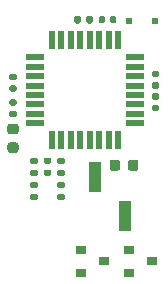
<source format=gbp>
G04 #@! TF.GenerationSoftware,KiCad,Pcbnew,(5.1.10-1-10_14)*
G04 #@! TF.CreationDate,2021-12-19T23:04:46+01:00*
G04 #@! TF.ProjectId,7segment,37736567-6d65-46e7-942e-6b696361645f,rev?*
G04 #@! TF.SameCoordinates,Original*
G04 #@! TF.FileFunction,Paste,Bot*
G04 #@! TF.FilePolarity,Positive*
%FSLAX46Y46*%
G04 Gerber Fmt 4.6, Leading zero omitted, Abs format (unit mm)*
G04 Created by KiCad (PCBNEW (5.1.10-1-10_14)) date 2021-12-19 23:04:46*
%MOMM*%
%LPD*%
G01*
G04 APERTURE LIST*
%ADD10R,0.500000X0.500000*%
%ADD11R,1.600000X0.550000*%
%ADD12R,0.550000X1.600000*%
%ADD13R,0.900000X0.800000*%
%ADD14R,1.000000X2.510000*%
G04 APERTURE END LIST*
G36*
G01*
X126997750Y-114777000D02*
X127510250Y-114777000D01*
G75*
G02*
X127729000Y-114995750I0J-218750D01*
G01*
X127729000Y-115433250D01*
G75*
G02*
X127510250Y-115652000I-218750J0D01*
G01*
X126997750Y-115652000D01*
G75*
G02*
X126779000Y-115433250I0J218750D01*
G01*
X126779000Y-114995750D01*
G75*
G02*
X126997750Y-114777000I218750J0D01*
G01*
G37*
G36*
G01*
X126997750Y-113202000D02*
X127510250Y-113202000D01*
G75*
G02*
X127729000Y-113420750I0J-218750D01*
G01*
X127729000Y-113858250D01*
G75*
G02*
X127510250Y-114077000I-218750J0D01*
G01*
X126997750Y-114077000D01*
G75*
G02*
X126779000Y-113858250I0J218750D01*
G01*
X126779000Y-113420750D01*
G75*
G02*
X126997750Y-113202000I218750J0D01*
G01*
G37*
G36*
G01*
X127424000Y-111687000D02*
X127084000Y-111687000D01*
G75*
G02*
X126944000Y-111547000I0J140000D01*
G01*
X126944000Y-111267000D01*
G75*
G02*
X127084000Y-111127000I140000J0D01*
G01*
X127424000Y-111127000D01*
G75*
G02*
X127564000Y-111267000I0J-140000D01*
G01*
X127564000Y-111547000D01*
G75*
G02*
X127424000Y-111687000I-140000J0D01*
G01*
G37*
G36*
G01*
X127424000Y-112647000D02*
X127084000Y-112647000D01*
G75*
G02*
X126944000Y-112507000I0J140000D01*
G01*
X126944000Y-112227000D01*
G75*
G02*
X127084000Y-112087000I140000J0D01*
G01*
X127424000Y-112087000D01*
G75*
G02*
X127564000Y-112227000I0J-140000D01*
G01*
X127564000Y-112507000D01*
G75*
G02*
X127424000Y-112647000I-140000J0D01*
G01*
G37*
D10*
X137076000Y-104521000D03*
X139276000Y-104521000D03*
G36*
G01*
X136977000Y-116963000D02*
X136977000Y-116463000D01*
G75*
G02*
X137202000Y-116238000I225000J0D01*
G01*
X137652000Y-116238000D01*
G75*
G02*
X137877000Y-116463000I0J-225000D01*
G01*
X137877000Y-116963000D01*
G75*
G02*
X137652000Y-117188000I-225000J0D01*
G01*
X137202000Y-117188000D01*
G75*
G02*
X136977000Y-116963000I0J225000D01*
G01*
G37*
G36*
G01*
X135427000Y-116963000D02*
X135427000Y-116463000D01*
G75*
G02*
X135652000Y-116238000I225000J0D01*
G01*
X136102000Y-116238000D01*
G75*
G02*
X136327000Y-116463000I0J-225000D01*
G01*
X136327000Y-116963000D01*
G75*
G02*
X136102000Y-117188000I-225000J0D01*
G01*
X135652000Y-117188000D01*
G75*
G02*
X135427000Y-116963000I0J225000D01*
G01*
G37*
D11*
X137600000Y-107563000D03*
X137600000Y-108363000D03*
X137600000Y-109163000D03*
X137600000Y-109963000D03*
X137600000Y-110763000D03*
X137600000Y-111563000D03*
X137600000Y-112363000D03*
X137600000Y-113163000D03*
D12*
X136150000Y-114613000D03*
X135350000Y-114613000D03*
X134550000Y-114613000D03*
X133750000Y-114613000D03*
X132950000Y-114613000D03*
X132150000Y-114613000D03*
X131350000Y-114613000D03*
X130550000Y-114613000D03*
D11*
X129100000Y-113163000D03*
X129100000Y-112363000D03*
X129100000Y-111563000D03*
X129100000Y-110763000D03*
X129100000Y-109963000D03*
X129100000Y-109163000D03*
X129100000Y-108363000D03*
X129100000Y-107563000D03*
D12*
X130550000Y-106113000D03*
X131350000Y-106113000D03*
X132150000Y-106113000D03*
X132950000Y-106113000D03*
X133750000Y-106113000D03*
X134550000Y-106113000D03*
X135350000Y-106113000D03*
X136150000Y-106113000D03*
G36*
G01*
X132983000Y-104209000D02*
X132983000Y-104579000D01*
G75*
G02*
X132848000Y-104714000I-135000J0D01*
G01*
X132578000Y-104714000D01*
G75*
G02*
X132443000Y-104579000I0J135000D01*
G01*
X132443000Y-104209000D01*
G75*
G02*
X132578000Y-104074000I135000J0D01*
G01*
X132848000Y-104074000D01*
G75*
G02*
X132983000Y-104209000I0J-135000D01*
G01*
G37*
G36*
G01*
X134003000Y-104209000D02*
X134003000Y-104579000D01*
G75*
G02*
X133868000Y-104714000I-135000J0D01*
G01*
X133598000Y-104714000D01*
G75*
G02*
X133463000Y-104579000I0J135000D01*
G01*
X133463000Y-104209000D01*
G75*
G02*
X133598000Y-104074000I135000J0D01*
G01*
X133868000Y-104074000D01*
G75*
G02*
X134003000Y-104209000I0J-135000D01*
G01*
G37*
G36*
G01*
X135455000Y-104564000D02*
X135455000Y-104224000D01*
G75*
G02*
X135595000Y-104084000I140000J0D01*
G01*
X135875000Y-104084000D01*
G75*
G02*
X136015000Y-104224000I0J-140000D01*
G01*
X136015000Y-104564000D01*
G75*
G02*
X135875000Y-104704000I-140000J0D01*
G01*
X135595000Y-104704000D01*
G75*
G02*
X135455000Y-104564000I0J140000D01*
G01*
G37*
G36*
G01*
X134495000Y-104564000D02*
X134495000Y-104224000D01*
G75*
G02*
X134635000Y-104084000I140000J0D01*
G01*
X134915000Y-104084000D01*
G75*
G02*
X135055000Y-104224000I0J-140000D01*
G01*
X135055000Y-104564000D01*
G75*
G02*
X134915000Y-104704000I-140000J0D01*
G01*
X134635000Y-104704000D01*
G75*
G02*
X134495000Y-104564000I0J140000D01*
G01*
G37*
G36*
G01*
X139489000Y-111179000D02*
X139149000Y-111179000D01*
G75*
G02*
X139009000Y-111039000I0J140000D01*
G01*
X139009000Y-110759000D01*
G75*
G02*
X139149000Y-110619000I140000J0D01*
G01*
X139489000Y-110619000D01*
G75*
G02*
X139629000Y-110759000I0J-140000D01*
G01*
X139629000Y-111039000D01*
G75*
G02*
X139489000Y-111179000I-140000J0D01*
G01*
G37*
G36*
G01*
X139489000Y-112139000D02*
X139149000Y-112139000D01*
G75*
G02*
X139009000Y-111999000I0J140000D01*
G01*
X139009000Y-111719000D01*
G75*
G02*
X139149000Y-111579000I140000J0D01*
G01*
X139489000Y-111579000D01*
G75*
G02*
X139629000Y-111719000I0J-140000D01*
G01*
X139629000Y-111999000D01*
G75*
G02*
X139489000Y-112139000I-140000J0D01*
G01*
G37*
G36*
G01*
X131503000Y-118632000D02*
X131133000Y-118632000D01*
G75*
G02*
X130998000Y-118497000I0J135000D01*
G01*
X130998000Y-118227000D01*
G75*
G02*
X131133000Y-118092000I135000J0D01*
G01*
X131503000Y-118092000D01*
G75*
G02*
X131638000Y-118227000I0J-135000D01*
G01*
X131638000Y-118497000D01*
G75*
G02*
X131503000Y-118632000I-135000J0D01*
G01*
G37*
G36*
G01*
X131503000Y-119652000D02*
X131133000Y-119652000D01*
G75*
G02*
X130998000Y-119517000I0J135000D01*
G01*
X130998000Y-119247000D01*
G75*
G02*
X131133000Y-119112000I135000J0D01*
G01*
X131503000Y-119112000D01*
G75*
G02*
X131638000Y-119247000I0J-135000D01*
G01*
X131638000Y-119517000D01*
G75*
G02*
X131503000Y-119652000I-135000J0D01*
G01*
G37*
G36*
G01*
X129217000Y-118632000D02*
X128847000Y-118632000D01*
G75*
G02*
X128712000Y-118497000I0J135000D01*
G01*
X128712000Y-118227000D01*
G75*
G02*
X128847000Y-118092000I135000J0D01*
G01*
X129217000Y-118092000D01*
G75*
G02*
X129352000Y-118227000I0J-135000D01*
G01*
X129352000Y-118497000D01*
G75*
G02*
X129217000Y-118632000I-135000J0D01*
G01*
G37*
G36*
G01*
X129217000Y-119652000D02*
X128847000Y-119652000D01*
G75*
G02*
X128712000Y-119517000I0J135000D01*
G01*
X128712000Y-119247000D01*
G75*
G02*
X128847000Y-119112000I135000J0D01*
G01*
X129217000Y-119112000D01*
G75*
G02*
X129352000Y-119247000I0J-135000D01*
G01*
X129352000Y-119517000D01*
G75*
G02*
X129217000Y-119652000I-135000J0D01*
G01*
G37*
G36*
G01*
X129217000Y-116600000D02*
X128847000Y-116600000D01*
G75*
G02*
X128712000Y-116465000I0J135000D01*
G01*
X128712000Y-116195000D01*
G75*
G02*
X128847000Y-116060000I135000J0D01*
G01*
X129217000Y-116060000D01*
G75*
G02*
X129352000Y-116195000I0J-135000D01*
G01*
X129352000Y-116465000D01*
G75*
G02*
X129217000Y-116600000I-135000J0D01*
G01*
G37*
G36*
G01*
X129217000Y-117620000D02*
X128847000Y-117620000D01*
G75*
G02*
X128712000Y-117485000I0J135000D01*
G01*
X128712000Y-117215000D01*
G75*
G02*
X128847000Y-117080000I135000J0D01*
G01*
X129217000Y-117080000D01*
G75*
G02*
X129352000Y-117215000I0J-135000D01*
G01*
X129352000Y-117485000D01*
G75*
G02*
X129217000Y-117620000I-135000J0D01*
G01*
G37*
G36*
G01*
X130360000Y-116600000D02*
X129990000Y-116600000D01*
G75*
G02*
X129855000Y-116465000I0J135000D01*
G01*
X129855000Y-116195000D01*
G75*
G02*
X129990000Y-116060000I135000J0D01*
G01*
X130360000Y-116060000D01*
G75*
G02*
X130495000Y-116195000I0J-135000D01*
G01*
X130495000Y-116465000D01*
G75*
G02*
X130360000Y-116600000I-135000J0D01*
G01*
G37*
G36*
G01*
X130360000Y-117620000D02*
X129990000Y-117620000D01*
G75*
G02*
X129855000Y-117485000I0J135000D01*
G01*
X129855000Y-117215000D01*
G75*
G02*
X129990000Y-117080000I135000J0D01*
G01*
X130360000Y-117080000D01*
G75*
G02*
X130495000Y-117215000I0J-135000D01*
G01*
X130495000Y-117485000D01*
G75*
G02*
X130360000Y-117620000I-135000J0D01*
G01*
G37*
G36*
G01*
X131503000Y-116600000D02*
X131133000Y-116600000D01*
G75*
G02*
X130998000Y-116465000I0J135000D01*
G01*
X130998000Y-116195000D01*
G75*
G02*
X131133000Y-116060000I135000J0D01*
G01*
X131503000Y-116060000D01*
G75*
G02*
X131638000Y-116195000I0J-135000D01*
G01*
X131638000Y-116465000D01*
G75*
G02*
X131503000Y-116600000I-135000J0D01*
G01*
G37*
G36*
G01*
X131503000Y-117620000D02*
X131133000Y-117620000D01*
G75*
G02*
X130998000Y-117485000I0J135000D01*
G01*
X130998000Y-117215000D01*
G75*
G02*
X131133000Y-117080000I135000J0D01*
G01*
X131503000Y-117080000D01*
G75*
G02*
X131638000Y-117215000I0J-135000D01*
G01*
X131638000Y-117485000D01*
G75*
G02*
X131503000Y-117620000I-135000J0D01*
G01*
G37*
D13*
X139049000Y-124841000D03*
X137049000Y-123891000D03*
X137049000Y-125791000D03*
G36*
G01*
X127424000Y-109528000D02*
X127084000Y-109528000D01*
G75*
G02*
X126944000Y-109388000I0J140000D01*
G01*
X126944000Y-109108000D01*
G75*
G02*
X127084000Y-108968000I140000J0D01*
G01*
X127424000Y-108968000D01*
G75*
G02*
X127564000Y-109108000I0J-140000D01*
G01*
X127564000Y-109388000D01*
G75*
G02*
X127424000Y-109528000I-140000J0D01*
G01*
G37*
G36*
G01*
X127424000Y-110488000D02*
X127084000Y-110488000D01*
G75*
G02*
X126944000Y-110348000I0J140000D01*
G01*
X126944000Y-110068000D01*
G75*
G02*
X127084000Y-109928000I140000J0D01*
G01*
X127424000Y-109928000D01*
G75*
G02*
X127564000Y-110068000I0J-140000D01*
G01*
X127564000Y-110348000D01*
G75*
G02*
X127424000Y-110488000I-140000J0D01*
G01*
G37*
G36*
G01*
X139489000Y-109274000D02*
X139149000Y-109274000D01*
G75*
G02*
X139009000Y-109134000I0J140000D01*
G01*
X139009000Y-108854000D01*
G75*
G02*
X139149000Y-108714000I140000J0D01*
G01*
X139489000Y-108714000D01*
G75*
G02*
X139629000Y-108854000I0J-140000D01*
G01*
X139629000Y-109134000D01*
G75*
G02*
X139489000Y-109274000I-140000J0D01*
G01*
G37*
G36*
G01*
X139489000Y-110234000D02*
X139149000Y-110234000D01*
G75*
G02*
X139009000Y-110094000I0J140000D01*
G01*
X139009000Y-109814000D01*
G75*
G02*
X139149000Y-109674000I140000J0D01*
G01*
X139489000Y-109674000D01*
G75*
G02*
X139629000Y-109814000I0J-140000D01*
G01*
X139629000Y-110094000D01*
G75*
G02*
X139489000Y-110234000I-140000J0D01*
G01*
G37*
D14*
X136740000Y-121035000D03*
X134200000Y-117725000D03*
D13*
X134985000Y-124841000D03*
X132985000Y-123891000D03*
X132985000Y-125791000D03*
M02*

</source>
